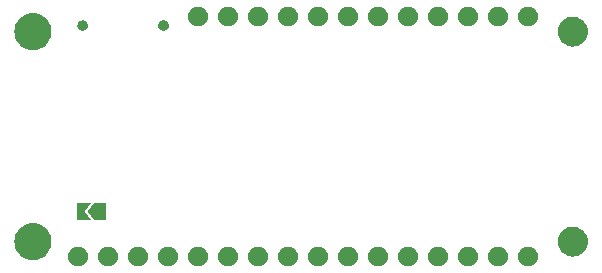
<source format=gbr>
%TF.GenerationSoftware,KiCad,Pcbnew,7.0.11*%
%TF.CreationDate,2024-03-28T16:15:39-04:00*%
%TF.ProjectId,weather-featherwing,77656174-6865-4722-9d66-656174686572,03*%
%TF.SameCoordinates,Original*%
%TF.FileFunction,Soldermask,Bot*%
%TF.FilePolarity,Negative*%
%FSLAX46Y46*%
G04 Gerber Fmt 4.6, Leading zero omitted, Abs format (unit mm)*
G04 Created by KiCad (PCBNEW 7.0.11) date 2024-03-28 16:15:39*
%MOMM*%
%LPD*%
G01*
G04 APERTURE LIST*
G04 APERTURE END LIST*
G36*
X120912664Y-117301602D02*
G01*
X121075000Y-117373878D01*
X121218761Y-117478327D01*
X121337664Y-117610383D01*
X121426514Y-117764274D01*
X121481425Y-117933275D01*
X121500000Y-118110000D01*
X121481425Y-118286725D01*
X121426514Y-118455726D01*
X121337664Y-118609617D01*
X121218761Y-118741673D01*
X121075000Y-118846122D01*
X120912664Y-118918398D01*
X120738849Y-118955344D01*
X120561151Y-118955344D01*
X120387336Y-118918398D01*
X120225000Y-118846122D01*
X120081239Y-118741673D01*
X119962336Y-118609617D01*
X119873486Y-118455726D01*
X119818575Y-118286725D01*
X119800000Y-118110000D01*
X119818575Y-117933275D01*
X119873486Y-117764274D01*
X119962336Y-117610383D01*
X120081239Y-117478327D01*
X120225000Y-117373878D01*
X120387336Y-117301602D01*
X120561151Y-117264656D01*
X120738849Y-117264656D01*
X120912664Y-117301602D01*
G37*
G36*
X123452664Y-117301602D02*
G01*
X123615000Y-117373878D01*
X123758761Y-117478327D01*
X123877664Y-117610383D01*
X123966514Y-117764274D01*
X124021425Y-117933275D01*
X124040000Y-118110000D01*
X124021425Y-118286725D01*
X123966514Y-118455726D01*
X123877664Y-118609617D01*
X123758761Y-118741673D01*
X123615000Y-118846122D01*
X123452664Y-118918398D01*
X123278849Y-118955344D01*
X123101151Y-118955344D01*
X122927336Y-118918398D01*
X122765000Y-118846122D01*
X122621239Y-118741673D01*
X122502336Y-118609617D01*
X122413486Y-118455726D01*
X122358575Y-118286725D01*
X122340000Y-118110000D01*
X122358575Y-117933275D01*
X122413486Y-117764274D01*
X122502336Y-117610383D01*
X122621239Y-117478327D01*
X122765000Y-117373878D01*
X122927336Y-117301602D01*
X123101151Y-117264656D01*
X123278849Y-117264656D01*
X123452664Y-117301602D01*
G37*
G36*
X125992664Y-117301602D02*
G01*
X126155000Y-117373878D01*
X126298761Y-117478327D01*
X126417664Y-117610383D01*
X126506514Y-117764274D01*
X126561425Y-117933275D01*
X126580000Y-118110000D01*
X126561425Y-118286725D01*
X126506514Y-118455726D01*
X126417664Y-118609617D01*
X126298761Y-118741673D01*
X126155000Y-118846122D01*
X125992664Y-118918398D01*
X125818849Y-118955344D01*
X125641151Y-118955344D01*
X125467336Y-118918398D01*
X125305000Y-118846122D01*
X125161239Y-118741673D01*
X125042336Y-118609617D01*
X124953486Y-118455726D01*
X124898575Y-118286725D01*
X124880000Y-118110000D01*
X124898575Y-117933275D01*
X124953486Y-117764274D01*
X125042336Y-117610383D01*
X125161239Y-117478327D01*
X125305000Y-117373878D01*
X125467336Y-117301602D01*
X125641151Y-117264656D01*
X125818849Y-117264656D01*
X125992664Y-117301602D01*
G37*
G36*
X128532664Y-117301602D02*
G01*
X128695000Y-117373878D01*
X128838761Y-117478327D01*
X128957664Y-117610383D01*
X129046514Y-117764274D01*
X129101425Y-117933275D01*
X129120000Y-118110000D01*
X129101425Y-118286725D01*
X129046514Y-118455726D01*
X128957664Y-118609617D01*
X128838761Y-118741673D01*
X128695000Y-118846122D01*
X128532664Y-118918398D01*
X128358849Y-118955344D01*
X128181151Y-118955344D01*
X128007336Y-118918398D01*
X127845000Y-118846122D01*
X127701239Y-118741673D01*
X127582336Y-118609617D01*
X127493486Y-118455726D01*
X127438575Y-118286725D01*
X127420000Y-118110000D01*
X127438575Y-117933275D01*
X127493486Y-117764274D01*
X127582336Y-117610383D01*
X127701239Y-117478327D01*
X127845000Y-117373878D01*
X128007336Y-117301602D01*
X128181151Y-117264656D01*
X128358849Y-117264656D01*
X128532664Y-117301602D01*
G37*
G36*
X131072664Y-117301602D02*
G01*
X131235000Y-117373878D01*
X131378761Y-117478327D01*
X131497664Y-117610383D01*
X131586514Y-117764274D01*
X131641425Y-117933275D01*
X131660000Y-118110000D01*
X131641425Y-118286725D01*
X131586514Y-118455726D01*
X131497664Y-118609617D01*
X131378761Y-118741673D01*
X131235000Y-118846122D01*
X131072664Y-118918398D01*
X130898849Y-118955344D01*
X130721151Y-118955344D01*
X130547336Y-118918398D01*
X130385000Y-118846122D01*
X130241239Y-118741673D01*
X130122336Y-118609617D01*
X130033486Y-118455726D01*
X129978575Y-118286725D01*
X129960000Y-118110000D01*
X129978575Y-117933275D01*
X130033486Y-117764274D01*
X130122336Y-117610383D01*
X130241239Y-117478327D01*
X130385000Y-117373878D01*
X130547336Y-117301602D01*
X130721151Y-117264656D01*
X130898849Y-117264656D01*
X131072664Y-117301602D01*
G37*
G36*
X133612664Y-117301602D02*
G01*
X133775000Y-117373878D01*
X133918761Y-117478327D01*
X134037664Y-117610383D01*
X134126514Y-117764274D01*
X134181425Y-117933275D01*
X134200000Y-118110000D01*
X134181425Y-118286725D01*
X134126514Y-118455726D01*
X134037664Y-118609617D01*
X133918761Y-118741673D01*
X133775000Y-118846122D01*
X133612664Y-118918398D01*
X133438849Y-118955344D01*
X133261151Y-118955344D01*
X133087336Y-118918398D01*
X132925000Y-118846122D01*
X132781239Y-118741673D01*
X132662336Y-118609617D01*
X132573486Y-118455726D01*
X132518575Y-118286725D01*
X132500000Y-118110000D01*
X132518575Y-117933275D01*
X132573486Y-117764274D01*
X132662336Y-117610383D01*
X132781239Y-117478327D01*
X132925000Y-117373878D01*
X133087336Y-117301602D01*
X133261151Y-117264656D01*
X133438849Y-117264656D01*
X133612664Y-117301602D01*
G37*
G36*
X136152664Y-117301602D02*
G01*
X136315000Y-117373878D01*
X136458761Y-117478327D01*
X136577664Y-117610383D01*
X136666514Y-117764274D01*
X136721425Y-117933275D01*
X136740000Y-118110000D01*
X136721425Y-118286725D01*
X136666514Y-118455726D01*
X136577664Y-118609617D01*
X136458761Y-118741673D01*
X136315000Y-118846122D01*
X136152664Y-118918398D01*
X135978849Y-118955344D01*
X135801151Y-118955344D01*
X135627336Y-118918398D01*
X135465000Y-118846122D01*
X135321239Y-118741673D01*
X135202336Y-118609617D01*
X135113486Y-118455726D01*
X135058575Y-118286725D01*
X135040000Y-118110000D01*
X135058575Y-117933275D01*
X135113486Y-117764274D01*
X135202336Y-117610383D01*
X135321239Y-117478327D01*
X135465000Y-117373878D01*
X135627336Y-117301602D01*
X135801151Y-117264656D01*
X135978849Y-117264656D01*
X136152664Y-117301602D01*
G37*
G36*
X138692664Y-117301602D02*
G01*
X138855000Y-117373878D01*
X138998761Y-117478327D01*
X139117664Y-117610383D01*
X139206514Y-117764274D01*
X139261425Y-117933275D01*
X139280000Y-118110000D01*
X139261425Y-118286725D01*
X139206514Y-118455726D01*
X139117664Y-118609617D01*
X138998761Y-118741673D01*
X138855000Y-118846122D01*
X138692664Y-118918398D01*
X138518849Y-118955344D01*
X138341151Y-118955344D01*
X138167336Y-118918398D01*
X138005000Y-118846122D01*
X137861239Y-118741673D01*
X137742336Y-118609617D01*
X137653486Y-118455726D01*
X137598575Y-118286725D01*
X137580000Y-118110000D01*
X137598575Y-117933275D01*
X137653486Y-117764274D01*
X137742336Y-117610383D01*
X137861239Y-117478327D01*
X138005000Y-117373878D01*
X138167336Y-117301602D01*
X138341151Y-117264656D01*
X138518849Y-117264656D01*
X138692664Y-117301602D01*
G37*
G36*
X141232664Y-117301602D02*
G01*
X141395000Y-117373878D01*
X141538761Y-117478327D01*
X141657664Y-117610383D01*
X141746514Y-117764274D01*
X141801425Y-117933275D01*
X141820000Y-118110000D01*
X141801425Y-118286725D01*
X141746514Y-118455726D01*
X141657664Y-118609617D01*
X141538761Y-118741673D01*
X141395000Y-118846122D01*
X141232664Y-118918398D01*
X141058849Y-118955344D01*
X140881151Y-118955344D01*
X140707336Y-118918398D01*
X140545000Y-118846122D01*
X140401239Y-118741673D01*
X140282336Y-118609617D01*
X140193486Y-118455726D01*
X140138575Y-118286725D01*
X140120000Y-118110000D01*
X140138575Y-117933275D01*
X140193486Y-117764274D01*
X140282336Y-117610383D01*
X140401239Y-117478327D01*
X140545000Y-117373878D01*
X140707336Y-117301602D01*
X140881151Y-117264656D01*
X141058849Y-117264656D01*
X141232664Y-117301602D01*
G37*
G36*
X143772664Y-117301602D02*
G01*
X143935000Y-117373878D01*
X144078761Y-117478327D01*
X144197664Y-117610383D01*
X144286514Y-117764274D01*
X144341425Y-117933275D01*
X144360000Y-118110000D01*
X144341425Y-118286725D01*
X144286514Y-118455726D01*
X144197664Y-118609617D01*
X144078761Y-118741673D01*
X143935000Y-118846122D01*
X143772664Y-118918398D01*
X143598849Y-118955344D01*
X143421151Y-118955344D01*
X143247336Y-118918398D01*
X143085000Y-118846122D01*
X142941239Y-118741673D01*
X142822336Y-118609617D01*
X142733486Y-118455726D01*
X142678575Y-118286725D01*
X142660000Y-118110000D01*
X142678575Y-117933275D01*
X142733486Y-117764274D01*
X142822336Y-117610383D01*
X142941239Y-117478327D01*
X143085000Y-117373878D01*
X143247336Y-117301602D01*
X143421151Y-117264656D01*
X143598849Y-117264656D01*
X143772664Y-117301602D01*
G37*
G36*
X146312664Y-117301602D02*
G01*
X146475000Y-117373878D01*
X146618761Y-117478327D01*
X146737664Y-117610383D01*
X146826514Y-117764274D01*
X146881425Y-117933275D01*
X146900000Y-118110000D01*
X146881425Y-118286725D01*
X146826514Y-118455726D01*
X146737664Y-118609617D01*
X146618761Y-118741673D01*
X146475000Y-118846122D01*
X146312664Y-118918398D01*
X146138849Y-118955344D01*
X145961151Y-118955344D01*
X145787336Y-118918398D01*
X145625000Y-118846122D01*
X145481239Y-118741673D01*
X145362336Y-118609617D01*
X145273486Y-118455726D01*
X145218575Y-118286725D01*
X145200000Y-118110000D01*
X145218575Y-117933275D01*
X145273486Y-117764274D01*
X145362336Y-117610383D01*
X145481239Y-117478327D01*
X145625000Y-117373878D01*
X145787336Y-117301602D01*
X145961151Y-117264656D01*
X146138849Y-117264656D01*
X146312664Y-117301602D01*
G37*
G36*
X148852664Y-117301602D02*
G01*
X149015000Y-117373878D01*
X149158761Y-117478327D01*
X149277664Y-117610383D01*
X149366514Y-117764274D01*
X149421425Y-117933275D01*
X149440000Y-118110000D01*
X149421425Y-118286725D01*
X149366514Y-118455726D01*
X149277664Y-118609617D01*
X149158761Y-118741673D01*
X149015000Y-118846122D01*
X148852664Y-118918398D01*
X148678849Y-118955344D01*
X148501151Y-118955344D01*
X148327336Y-118918398D01*
X148165000Y-118846122D01*
X148021239Y-118741673D01*
X147902336Y-118609617D01*
X147813486Y-118455726D01*
X147758575Y-118286725D01*
X147740000Y-118110000D01*
X147758575Y-117933275D01*
X147813486Y-117764274D01*
X147902336Y-117610383D01*
X148021239Y-117478327D01*
X148165000Y-117373878D01*
X148327336Y-117301602D01*
X148501151Y-117264656D01*
X148678849Y-117264656D01*
X148852664Y-117301602D01*
G37*
G36*
X151392664Y-117301602D02*
G01*
X151555000Y-117373878D01*
X151698761Y-117478327D01*
X151817664Y-117610383D01*
X151906514Y-117764274D01*
X151961425Y-117933275D01*
X151980000Y-118110000D01*
X151961425Y-118286725D01*
X151906514Y-118455726D01*
X151817664Y-118609617D01*
X151698761Y-118741673D01*
X151555000Y-118846122D01*
X151392664Y-118918398D01*
X151218849Y-118955344D01*
X151041151Y-118955344D01*
X150867336Y-118918398D01*
X150705000Y-118846122D01*
X150561239Y-118741673D01*
X150442336Y-118609617D01*
X150353486Y-118455726D01*
X150298575Y-118286725D01*
X150280000Y-118110000D01*
X150298575Y-117933275D01*
X150353486Y-117764274D01*
X150442336Y-117610383D01*
X150561239Y-117478327D01*
X150705000Y-117373878D01*
X150867336Y-117301602D01*
X151041151Y-117264656D01*
X151218849Y-117264656D01*
X151392664Y-117301602D01*
G37*
G36*
X153932664Y-117301602D02*
G01*
X154095000Y-117373878D01*
X154238761Y-117478327D01*
X154357664Y-117610383D01*
X154446514Y-117764274D01*
X154501425Y-117933275D01*
X154520000Y-118110000D01*
X154501425Y-118286725D01*
X154446514Y-118455726D01*
X154357664Y-118609617D01*
X154238761Y-118741673D01*
X154095000Y-118846122D01*
X153932664Y-118918398D01*
X153758849Y-118955344D01*
X153581151Y-118955344D01*
X153407336Y-118918398D01*
X153245000Y-118846122D01*
X153101239Y-118741673D01*
X152982336Y-118609617D01*
X152893486Y-118455726D01*
X152838575Y-118286725D01*
X152820000Y-118110000D01*
X152838575Y-117933275D01*
X152893486Y-117764274D01*
X152982336Y-117610383D01*
X153101239Y-117478327D01*
X153245000Y-117373878D01*
X153407336Y-117301602D01*
X153581151Y-117264656D01*
X153758849Y-117264656D01*
X153932664Y-117301602D01*
G37*
G36*
X156472664Y-117301602D02*
G01*
X156635000Y-117373878D01*
X156778761Y-117478327D01*
X156897664Y-117610383D01*
X156986514Y-117764274D01*
X157041425Y-117933275D01*
X157060000Y-118110000D01*
X157041425Y-118286725D01*
X156986514Y-118455726D01*
X156897664Y-118609617D01*
X156778761Y-118741673D01*
X156635000Y-118846122D01*
X156472664Y-118918398D01*
X156298849Y-118955344D01*
X156121151Y-118955344D01*
X155947336Y-118918398D01*
X155785000Y-118846122D01*
X155641239Y-118741673D01*
X155522336Y-118609617D01*
X155433486Y-118455726D01*
X155378575Y-118286725D01*
X155360000Y-118110000D01*
X155378575Y-117933275D01*
X155433486Y-117764274D01*
X155522336Y-117610383D01*
X155641239Y-117478327D01*
X155785000Y-117373878D01*
X155947336Y-117301602D01*
X156121151Y-117264656D01*
X156298849Y-117264656D01*
X156472664Y-117301602D01*
G37*
G36*
X159012664Y-117301602D02*
G01*
X159175000Y-117373878D01*
X159318761Y-117478327D01*
X159437664Y-117610383D01*
X159526514Y-117764274D01*
X159581425Y-117933275D01*
X159600000Y-118110000D01*
X159581425Y-118286725D01*
X159526514Y-118455726D01*
X159437664Y-118609617D01*
X159318761Y-118741673D01*
X159175000Y-118846122D01*
X159012664Y-118918398D01*
X158838849Y-118955344D01*
X158661151Y-118955344D01*
X158487336Y-118918398D01*
X158325000Y-118846122D01*
X158181239Y-118741673D01*
X158062336Y-118609617D01*
X157973486Y-118455726D01*
X157918575Y-118286725D01*
X157900000Y-118110000D01*
X157918575Y-117933275D01*
X157973486Y-117764274D01*
X158062336Y-117610383D01*
X158181239Y-117478327D01*
X158325000Y-117373878D01*
X158487336Y-117301602D01*
X158661151Y-117264656D01*
X158838849Y-117264656D01*
X159012664Y-117301602D01*
G37*
G36*
X117085602Y-115289329D02*
G01*
X117325157Y-115346841D01*
X117552765Y-115441120D01*
X117762823Y-115569843D01*
X117950158Y-115729842D01*
X118110157Y-115917177D01*
X118238880Y-116127235D01*
X118333159Y-116354843D01*
X118390671Y-116594398D01*
X118410000Y-116840000D01*
X118390671Y-117085602D01*
X118333159Y-117325157D01*
X118238880Y-117552765D01*
X118110157Y-117762823D01*
X117950158Y-117950158D01*
X117762823Y-118110157D01*
X117552765Y-118238880D01*
X117325157Y-118333159D01*
X117085602Y-118390671D01*
X116840000Y-118410000D01*
X116594398Y-118390671D01*
X116354843Y-118333159D01*
X116127235Y-118238880D01*
X115917177Y-118110157D01*
X115729842Y-117950158D01*
X115569843Y-117762823D01*
X115441120Y-117552765D01*
X115346841Y-117325157D01*
X115289329Y-117085602D01*
X115270000Y-116840000D01*
X115289329Y-116594398D01*
X115346841Y-116354843D01*
X115441120Y-116127235D01*
X115569843Y-115917177D01*
X115729842Y-115729842D01*
X115917177Y-115569843D01*
X116127235Y-115441120D01*
X116354843Y-115346841D01*
X116594398Y-115289329D01*
X116840000Y-115270000D01*
X117085602Y-115289329D01*
G37*
G36*
X162780533Y-115589294D02*
G01*
X162994366Y-115646590D01*
X163195000Y-115740148D01*
X163376340Y-115867124D01*
X163532876Y-116023660D01*
X163659852Y-116205000D01*
X163753410Y-116405634D01*
X163810706Y-116619467D01*
X163830000Y-116840000D01*
X163810706Y-117060533D01*
X163753410Y-117274366D01*
X163659852Y-117475000D01*
X163532876Y-117656340D01*
X163376340Y-117812876D01*
X163195000Y-117939852D01*
X162994366Y-118033410D01*
X162780533Y-118090706D01*
X162560000Y-118110000D01*
X162339467Y-118090706D01*
X162125634Y-118033410D01*
X161925000Y-117939852D01*
X161743660Y-117812876D01*
X161587124Y-117656340D01*
X161460148Y-117475000D01*
X161366590Y-117274366D01*
X161309294Y-117060533D01*
X161290000Y-116840000D01*
X161309294Y-116619467D01*
X161366590Y-116405634D01*
X161460148Y-116205000D01*
X161587124Y-116023660D01*
X161743660Y-115867124D01*
X161925000Y-115740148D01*
X162125634Y-115646590D01*
X162339467Y-115589294D01*
X162560000Y-115570000D01*
X162780533Y-115589294D01*
G37*
G36*
X121228253Y-114284620D02*
G01*
X121228253Y-114315379D01*
X121718000Y-115050000D01*
X121715443Y-115050000D01*
X120573004Y-115050000D01*
X120568000Y-115050000D01*
X120568000Y-113550000D01*
X121718000Y-113550000D01*
X121228253Y-114284620D01*
G37*
G36*
X123018000Y-115050000D02*
G01*
X123012996Y-115050000D01*
X122023004Y-115050000D01*
X122018000Y-115050000D01*
X122016589Y-115047883D01*
X122016588Y-115047883D01*
X121520775Y-114304162D01*
X121518000Y-114300000D01*
X121520757Y-114295863D01*
X121520759Y-114295860D01*
X122015223Y-113554165D01*
X122015224Y-113554163D01*
X122018000Y-113550000D01*
X123018000Y-113550000D01*
X123018000Y-115050000D01*
G37*
G36*
X117085602Y-97509329D02*
G01*
X117325157Y-97566841D01*
X117552765Y-97661120D01*
X117762823Y-97789843D01*
X117950158Y-97949842D01*
X118110157Y-98137177D01*
X118238880Y-98347235D01*
X118333159Y-98574843D01*
X118390671Y-98814398D01*
X118410000Y-99060000D01*
X118390671Y-99305602D01*
X118333159Y-99545157D01*
X118238880Y-99772765D01*
X118110157Y-99982823D01*
X117950158Y-100170158D01*
X117762823Y-100330157D01*
X117552765Y-100458880D01*
X117325157Y-100553159D01*
X117085602Y-100610671D01*
X116840000Y-100630000D01*
X116594398Y-100610671D01*
X116354843Y-100553159D01*
X116127235Y-100458880D01*
X115917177Y-100330157D01*
X115729842Y-100170158D01*
X115569843Y-99982823D01*
X115441120Y-99772765D01*
X115346841Y-99545157D01*
X115289329Y-99305602D01*
X115270000Y-99060000D01*
X115289329Y-98814398D01*
X115346841Y-98574843D01*
X115441120Y-98347235D01*
X115569843Y-98137177D01*
X115729842Y-97949842D01*
X115917177Y-97789843D01*
X116127235Y-97661120D01*
X116354843Y-97566841D01*
X116594398Y-97509329D01*
X116840000Y-97490000D01*
X117085602Y-97509329D01*
G37*
G36*
X162780533Y-97809294D02*
G01*
X162994366Y-97866590D01*
X163195000Y-97960148D01*
X163376340Y-98087124D01*
X163532876Y-98243660D01*
X163659852Y-98425000D01*
X163753410Y-98625634D01*
X163810706Y-98839467D01*
X163830000Y-99060000D01*
X163810706Y-99280533D01*
X163753410Y-99494366D01*
X163659852Y-99695000D01*
X163532876Y-99876340D01*
X163376340Y-100032876D01*
X163195000Y-100159852D01*
X162994366Y-100253410D01*
X162780533Y-100310706D01*
X162560000Y-100330000D01*
X162339467Y-100310706D01*
X162125634Y-100253410D01*
X161925000Y-100159852D01*
X161743660Y-100032876D01*
X161587124Y-99876340D01*
X161460148Y-99695000D01*
X161366590Y-99494366D01*
X161309294Y-99280533D01*
X161290000Y-99060000D01*
X161309294Y-98839467D01*
X161366590Y-98625634D01*
X161460148Y-98425000D01*
X161587124Y-98243660D01*
X161743660Y-98087124D01*
X161925000Y-97960148D01*
X162125634Y-97866590D01*
X162339467Y-97809294D01*
X162560000Y-97790000D01*
X162780533Y-97809294D01*
G37*
G36*
X121246937Y-98142666D02*
G01*
X121354687Y-98211913D01*
X121438564Y-98308712D01*
X121491772Y-98425220D01*
X121510000Y-98552000D01*
X121491772Y-98678780D01*
X121438564Y-98795288D01*
X121354687Y-98892087D01*
X121246937Y-98961334D01*
X121124042Y-98997420D01*
X120995958Y-98997420D01*
X120873063Y-98961334D01*
X120765313Y-98892087D01*
X120681436Y-98795288D01*
X120628228Y-98678780D01*
X120610000Y-98552000D01*
X120628228Y-98425220D01*
X120681436Y-98308712D01*
X120765313Y-98211913D01*
X120873063Y-98142666D01*
X120995958Y-98106580D01*
X121124042Y-98106580D01*
X121246937Y-98142666D01*
G37*
G36*
X128076937Y-98142666D02*
G01*
X128184687Y-98211913D01*
X128268564Y-98308712D01*
X128321772Y-98425220D01*
X128340000Y-98552000D01*
X128321772Y-98678780D01*
X128268564Y-98795288D01*
X128184687Y-98892087D01*
X128076937Y-98961334D01*
X127954042Y-98997420D01*
X127825958Y-98997420D01*
X127703063Y-98961334D01*
X127595313Y-98892087D01*
X127511436Y-98795288D01*
X127458228Y-98678780D01*
X127440000Y-98552000D01*
X127458228Y-98425220D01*
X127511436Y-98308712D01*
X127595313Y-98211913D01*
X127703063Y-98142666D01*
X127825958Y-98106580D01*
X127954042Y-98106580D01*
X128076937Y-98142666D01*
G37*
G36*
X131072664Y-96981602D02*
G01*
X131235000Y-97053878D01*
X131378761Y-97158327D01*
X131497664Y-97290383D01*
X131586514Y-97444274D01*
X131641425Y-97613275D01*
X131660000Y-97790000D01*
X131641425Y-97966725D01*
X131586514Y-98135726D01*
X131497664Y-98289617D01*
X131378761Y-98421673D01*
X131235000Y-98526122D01*
X131072664Y-98598398D01*
X130898849Y-98635344D01*
X130721151Y-98635344D01*
X130547336Y-98598398D01*
X130385000Y-98526122D01*
X130241239Y-98421673D01*
X130122336Y-98289617D01*
X130033486Y-98135726D01*
X129978575Y-97966725D01*
X129960000Y-97790000D01*
X129978575Y-97613275D01*
X130033486Y-97444274D01*
X130122336Y-97290383D01*
X130241239Y-97158327D01*
X130385000Y-97053878D01*
X130547336Y-96981602D01*
X130721151Y-96944656D01*
X130898849Y-96944656D01*
X131072664Y-96981602D01*
G37*
G36*
X133612664Y-96981602D02*
G01*
X133775000Y-97053878D01*
X133918761Y-97158327D01*
X134037664Y-97290383D01*
X134126514Y-97444274D01*
X134181425Y-97613275D01*
X134200000Y-97790000D01*
X134181425Y-97966725D01*
X134126514Y-98135726D01*
X134037664Y-98289617D01*
X133918761Y-98421673D01*
X133775000Y-98526122D01*
X133612664Y-98598398D01*
X133438849Y-98635344D01*
X133261151Y-98635344D01*
X133087336Y-98598398D01*
X132925000Y-98526122D01*
X132781239Y-98421673D01*
X132662336Y-98289617D01*
X132573486Y-98135726D01*
X132518575Y-97966725D01*
X132500000Y-97790000D01*
X132518575Y-97613275D01*
X132573486Y-97444274D01*
X132662336Y-97290383D01*
X132781239Y-97158327D01*
X132925000Y-97053878D01*
X133087336Y-96981602D01*
X133261151Y-96944656D01*
X133438849Y-96944656D01*
X133612664Y-96981602D01*
G37*
G36*
X136152664Y-96981602D02*
G01*
X136315000Y-97053878D01*
X136458761Y-97158327D01*
X136577664Y-97290383D01*
X136666514Y-97444274D01*
X136721425Y-97613275D01*
X136740000Y-97790000D01*
X136721425Y-97966725D01*
X136666514Y-98135726D01*
X136577664Y-98289617D01*
X136458761Y-98421673D01*
X136315000Y-98526122D01*
X136152664Y-98598398D01*
X135978849Y-98635344D01*
X135801151Y-98635344D01*
X135627336Y-98598398D01*
X135465000Y-98526122D01*
X135321239Y-98421673D01*
X135202336Y-98289617D01*
X135113486Y-98135726D01*
X135058575Y-97966725D01*
X135040000Y-97790000D01*
X135058575Y-97613275D01*
X135113486Y-97444274D01*
X135202336Y-97290383D01*
X135321239Y-97158327D01*
X135465000Y-97053878D01*
X135627336Y-96981602D01*
X135801151Y-96944656D01*
X135978849Y-96944656D01*
X136152664Y-96981602D01*
G37*
G36*
X138692664Y-96981602D02*
G01*
X138855000Y-97053878D01*
X138998761Y-97158327D01*
X139117664Y-97290383D01*
X139206514Y-97444274D01*
X139261425Y-97613275D01*
X139280000Y-97790000D01*
X139261425Y-97966725D01*
X139206514Y-98135726D01*
X139117664Y-98289617D01*
X138998761Y-98421673D01*
X138855000Y-98526122D01*
X138692664Y-98598398D01*
X138518849Y-98635344D01*
X138341151Y-98635344D01*
X138167336Y-98598398D01*
X138005000Y-98526122D01*
X137861239Y-98421673D01*
X137742336Y-98289617D01*
X137653486Y-98135726D01*
X137598575Y-97966725D01*
X137580000Y-97790000D01*
X137598575Y-97613275D01*
X137653486Y-97444274D01*
X137742336Y-97290383D01*
X137861239Y-97158327D01*
X138005000Y-97053878D01*
X138167336Y-96981602D01*
X138341151Y-96944656D01*
X138518849Y-96944656D01*
X138692664Y-96981602D01*
G37*
G36*
X141232664Y-96981602D02*
G01*
X141395000Y-97053878D01*
X141538761Y-97158327D01*
X141657664Y-97290383D01*
X141746514Y-97444274D01*
X141801425Y-97613275D01*
X141820000Y-97790000D01*
X141801425Y-97966725D01*
X141746514Y-98135726D01*
X141657664Y-98289617D01*
X141538761Y-98421673D01*
X141395000Y-98526122D01*
X141232664Y-98598398D01*
X141058849Y-98635344D01*
X140881151Y-98635344D01*
X140707336Y-98598398D01*
X140545000Y-98526122D01*
X140401239Y-98421673D01*
X140282336Y-98289617D01*
X140193486Y-98135726D01*
X140138575Y-97966725D01*
X140120000Y-97790000D01*
X140138575Y-97613275D01*
X140193486Y-97444274D01*
X140282336Y-97290383D01*
X140401239Y-97158327D01*
X140545000Y-97053878D01*
X140707336Y-96981602D01*
X140881151Y-96944656D01*
X141058849Y-96944656D01*
X141232664Y-96981602D01*
G37*
G36*
X143772664Y-96981602D02*
G01*
X143935000Y-97053878D01*
X144078761Y-97158327D01*
X144197664Y-97290383D01*
X144286514Y-97444274D01*
X144341425Y-97613275D01*
X144360000Y-97790000D01*
X144341425Y-97966725D01*
X144286514Y-98135726D01*
X144197664Y-98289617D01*
X144078761Y-98421673D01*
X143935000Y-98526122D01*
X143772664Y-98598398D01*
X143598849Y-98635344D01*
X143421151Y-98635344D01*
X143247336Y-98598398D01*
X143085000Y-98526122D01*
X142941239Y-98421673D01*
X142822336Y-98289617D01*
X142733486Y-98135726D01*
X142678575Y-97966725D01*
X142660000Y-97790000D01*
X142678575Y-97613275D01*
X142733486Y-97444274D01*
X142822336Y-97290383D01*
X142941239Y-97158327D01*
X143085000Y-97053878D01*
X143247336Y-96981602D01*
X143421151Y-96944656D01*
X143598849Y-96944656D01*
X143772664Y-96981602D01*
G37*
G36*
X146312664Y-96981602D02*
G01*
X146475000Y-97053878D01*
X146618761Y-97158327D01*
X146737664Y-97290383D01*
X146826514Y-97444274D01*
X146881425Y-97613275D01*
X146900000Y-97790000D01*
X146881425Y-97966725D01*
X146826514Y-98135726D01*
X146737664Y-98289617D01*
X146618761Y-98421673D01*
X146475000Y-98526122D01*
X146312664Y-98598398D01*
X146138849Y-98635344D01*
X145961151Y-98635344D01*
X145787336Y-98598398D01*
X145625000Y-98526122D01*
X145481239Y-98421673D01*
X145362336Y-98289617D01*
X145273486Y-98135726D01*
X145218575Y-97966725D01*
X145200000Y-97790000D01*
X145218575Y-97613275D01*
X145273486Y-97444274D01*
X145362336Y-97290383D01*
X145481239Y-97158327D01*
X145625000Y-97053878D01*
X145787336Y-96981602D01*
X145961151Y-96944656D01*
X146138849Y-96944656D01*
X146312664Y-96981602D01*
G37*
G36*
X148852664Y-96981602D02*
G01*
X149015000Y-97053878D01*
X149158761Y-97158327D01*
X149277664Y-97290383D01*
X149366514Y-97444274D01*
X149421425Y-97613275D01*
X149440000Y-97790000D01*
X149421425Y-97966725D01*
X149366514Y-98135726D01*
X149277664Y-98289617D01*
X149158761Y-98421673D01*
X149015000Y-98526122D01*
X148852664Y-98598398D01*
X148678849Y-98635344D01*
X148501151Y-98635344D01*
X148327336Y-98598398D01*
X148165000Y-98526122D01*
X148021239Y-98421673D01*
X147902336Y-98289617D01*
X147813486Y-98135726D01*
X147758575Y-97966725D01*
X147740000Y-97790000D01*
X147758575Y-97613275D01*
X147813486Y-97444274D01*
X147902336Y-97290383D01*
X148021239Y-97158327D01*
X148165000Y-97053878D01*
X148327336Y-96981602D01*
X148501151Y-96944656D01*
X148678849Y-96944656D01*
X148852664Y-96981602D01*
G37*
G36*
X151392664Y-96981602D02*
G01*
X151555000Y-97053878D01*
X151698761Y-97158327D01*
X151817664Y-97290383D01*
X151906514Y-97444274D01*
X151961425Y-97613275D01*
X151980000Y-97790000D01*
X151961425Y-97966725D01*
X151906514Y-98135726D01*
X151817664Y-98289617D01*
X151698761Y-98421673D01*
X151555000Y-98526122D01*
X151392664Y-98598398D01*
X151218849Y-98635344D01*
X151041151Y-98635344D01*
X150867336Y-98598398D01*
X150705000Y-98526122D01*
X150561239Y-98421673D01*
X150442336Y-98289617D01*
X150353486Y-98135726D01*
X150298575Y-97966725D01*
X150280000Y-97790000D01*
X150298575Y-97613275D01*
X150353486Y-97444274D01*
X150442336Y-97290383D01*
X150561239Y-97158327D01*
X150705000Y-97053878D01*
X150867336Y-96981602D01*
X151041151Y-96944656D01*
X151218849Y-96944656D01*
X151392664Y-96981602D01*
G37*
G36*
X153932664Y-96981602D02*
G01*
X154095000Y-97053878D01*
X154238761Y-97158327D01*
X154357664Y-97290383D01*
X154446514Y-97444274D01*
X154501425Y-97613275D01*
X154520000Y-97790000D01*
X154501425Y-97966725D01*
X154446514Y-98135726D01*
X154357664Y-98289617D01*
X154238761Y-98421673D01*
X154095000Y-98526122D01*
X153932664Y-98598398D01*
X153758849Y-98635344D01*
X153581151Y-98635344D01*
X153407336Y-98598398D01*
X153245000Y-98526122D01*
X153101239Y-98421673D01*
X152982336Y-98289617D01*
X152893486Y-98135726D01*
X152838575Y-97966725D01*
X152820000Y-97790000D01*
X152838575Y-97613275D01*
X152893486Y-97444274D01*
X152982336Y-97290383D01*
X153101239Y-97158327D01*
X153245000Y-97053878D01*
X153407336Y-96981602D01*
X153581151Y-96944656D01*
X153758849Y-96944656D01*
X153932664Y-96981602D01*
G37*
G36*
X156472664Y-96981602D02*
G01*
X156635000Y-97053878D01*
X156778761Y-97158327D01*
X156897664Y-97290383D01*
X156986514Y-97444274D01*
X157041425Y-97613275D01*
X157060000Y-97790000D01*
X157041425Y-97966725D01*
X156986514Y-98135726D01*
X156897664Y-98289617D01*
X156778761Y-98421673D01*
X156635000Y-98526122D01*
X156472664Y-98598398D01*
X156298849Y-98635344D01*
X156121151Y-98635344D01*
X155947336Y-98598398D01*
X155785000Y-98526122D01*
X155641239Y-98421673D01*
X155522336Y-98289617D01*
X155433486Y-98135726D01*
X155378575Y-97966725D01*
X155360000Y-97790000D01*
X155378575Y-97613275D01*
X155433486Y-97444274D01*
X155522336Y-97290383D01*
X155641239Y-97158327D01*
X155785000Y-97053878D01*
X155947336Y-96981602D01*
X156121151Y-96944656D01*
X156298849Y-96944656D01*
X156472664Y-96981602D01*
G37*
G36*
X159012664Y-96981602D02*
G01*
X159175000Y-97053878D01*
X159318761Y-97158327D01*
X159437664Y-97290383D01*
X159526514Y-97444274D01*
X159581425Y-97613275D01*
X159600000Y-97790000D01*
X159581425Y-97966725D01*
X159526514Y-98135726D01*
X159437664Y-98289617D01*
X159318761Y-98421673D01*
X159175000Y-98526122D01*
X159012664Y-98598398D01*
X158838849Y-98635344D01*
X158661151Y-98635344D01*
X158487336Y-98598398D01*
X158325000Y-98526122D01*
X158181239Y-98421673D01*
X158062336Y-98289617D01*
X157973486Y-98135726D01*
X157918575Y-97966725D01*
X157900000Y-97790000D01*
X157918575Y-97613275D01*
X157973486Y-97444274D01*
X158062336Y-97290383D01*
X158181239Y-97158327D01*
X158325000Y-97053878D01*
X158487336Y-96981602D01*
X158661151Y-96944656D01*
X158838849Y-96944656D01*
X159012664Y-96981602D01*
G37*
M02*

</source>
